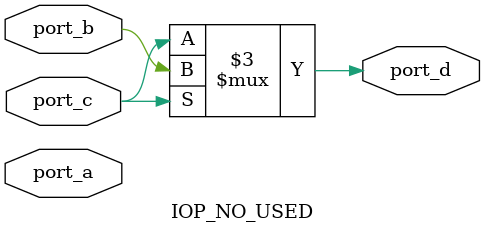
<source format=v>
module IOP_NO_USED (port_a, port_b, port_c, port_d);
   inout port_a;
   input port_b;
   input port_c;
   output reg port_d;

   always @ (port_b)
   case (port_c)
      1'b1 : port_d = port_b;
      default : port_d = port_c;
   endcase
endmodule

</source>
